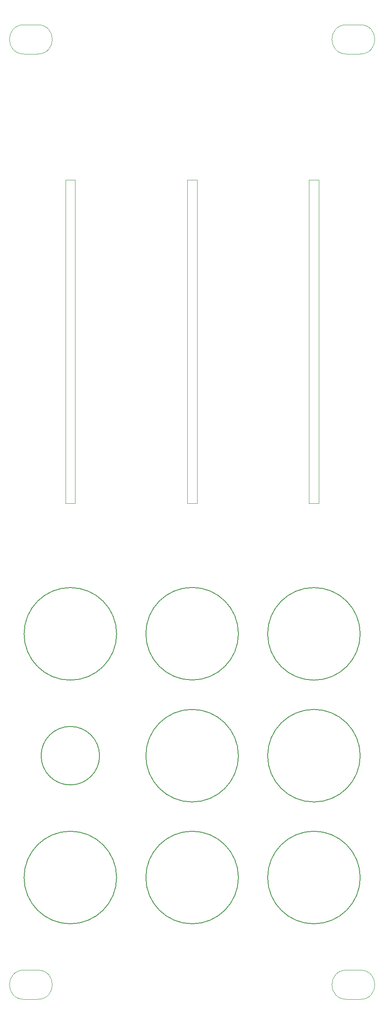
<source format=gbr>
G04 #@! TF.GenerationSoftware,KiCad,Pcbnew,6.0.2-378541a8eb~116~ubuntu20.04.1*
G04 #@! TF.CreationDate,2022-03-12T17:06:17-05:00*
G04 #@! TF.ProjectId,attenuverters_panel,61747465-6e75-4766-9572-746572735f70,rev?*
G04 #@! TF.SameCoordinates,Original*
G04 #@! TF.FileFunction,Other,Comment*
%FSLAX46Y46*%
G04 Gerber Fmt 4.6, Leading zero omitted, Abs format (unit mm)*
G04 Created by KiCad (PCBNEW 6.0.2-378541a8eb~116~ubuntu20.04.1) date 2022-03-12 17:06:17*
%MOMM*%
%LPD*%
G01*
G04 APERTURE LIST*
%ADD10C,0.120000*%
%ADD11C,0.150000*%
G04 APERTURE END LIST*
D10*
G04 #@! TO.C,H12*
X88100000Y-13600000D02*
X85300000Y-13600000D01*
X88100000Y-201600000D02*
X85300000Y-201600000D01*
X88100000Y-7600000D02*
X85300000Y-7600000D01*
X88100000Y-207600000D02*
X85300000Y-207600000D01*
X85300000Y-7600000D02*
G75*
G03*
X85300000Y-13600000I0J-3000000D01*
G01*
X88100000Y-207600000D02*
G75*
G03*
X88100000Y-201600000I0J3000000D01*
G01*
X88100000Y-13600000D02*
G75*
G03*
X88100000Y-7600000I0J3000000D01*
G01*
X85300000Y-201600000D02*
G75*
G03*
X85300000Y-207600000I0J-3000000D01*
G01*
D11*
G04 #@! TO.C,H7*
X34600000Y-157600000D02*
G75*
G03*
X34600000Y-157600000I-6000000J0D01*
G01*
G04 #@! TO.C,H1*
X38100000Y-132600000D02*
G75*
G03*
X38100000Y-132600000I-9500000J0D01*
G01*
D10*
G04 #@! TO.C,H9*
X19100000Y-201600000D02*
X21900000Y-201600000D01*
X19100000Y-13600000D02*
X21900000Y-13600000D01*
X19100000Y-207600000D02*
X21900000Y-207600000D01*
X19100000Y-7600000D02*
X21900000Y-7600000D01*
X19100000Y-201600000D02*
G75*
G03*
X19100000Y-207600000I0J-3000000D01*
G01*
X19100000Y-7600000D02*
G75*
G03*
X19100000Y-13600000I0J-3000000D01*
G01*
X21900000Y-207600000D02*
G75*
G03*
X21900000Y-201600000I0J3000000D01*
G01*
X21900000Y-13600000D02*
G75*
G03*
X21900000Y-7600000I0J3000000D01*
G01*
D11*
G04 #@! TO.C,H2*
X38100000Y-182600000D02*
G75*
G03*
X38100000Y-182600000I-9500000J0D01*
G01*
G04 #@! TO.C,H3*
X63100000Y-157600000D02*
G75*
G03*
X63100000Y-157600000I-9500000J0D01*
G01*
G04 #@! TO.C,H4*
X63100000Y-182600000D02*
G75*
G03*
X63100000Y-182600000I-9500000J0D01*
G01*
G04 #@! TO.C,H5*
X88100000Y-157600000D02*
G75*
G03*
X88100000Y-157600000I-9500000J0D01*
G01*
G04 #@! TO.C,H6*
X88100000Y-182600000D02*
G75*
G03*
X88100000Y-182600000I-9500000J0D01*
G01*
D10*
G04 #@! TO.C,H8*
X27600000Y-39400000D02*
X29600000Y-39400000D01*
X29600000Y-105800000D02*
X27600000Y-105800000D01*
X27600000Y-105800000D02*
X27600000Y-39400000D01*
X29600000Y-39400000D02*
X29600000Y-105800000D01*
G04 #@! TO.C,H10*
X52600000Y-39400000D02*
X54600000Y-39400000D01*
X54600000Y-105800000D02*
X52600000Y-105800000D01*
X52600000Y-105800000D02*
X52600000Y-39400000D01*
X54600000Y-39400000D02*
X54600000Y-105800000D01*
G04 #@! TO.C,H11*
X77600000Y-105800000D02*
X77600000Y-39400000D01*
X79600000Y-105800000D02*
X77600000Y-105800000D01*
X77600000Y-39400000D02*
X79600000Y-39400000D01*
X79600000Y-39400000D02*
X79600000Y-105800000D01*
D11*
G04 #@! TO.C,H13*
X63100000Y-132568200D02*
G75*
G03*
X63100000Y-132568200I-9500000J0D01*
G01*
G04 #@! TO.C,H14*
X88100000Y-132600000D02*
G75*
G03*
X88100000Y-132600000I-9500000J0D01*
G01*
G04 #@! TD*
M02*

</source>
